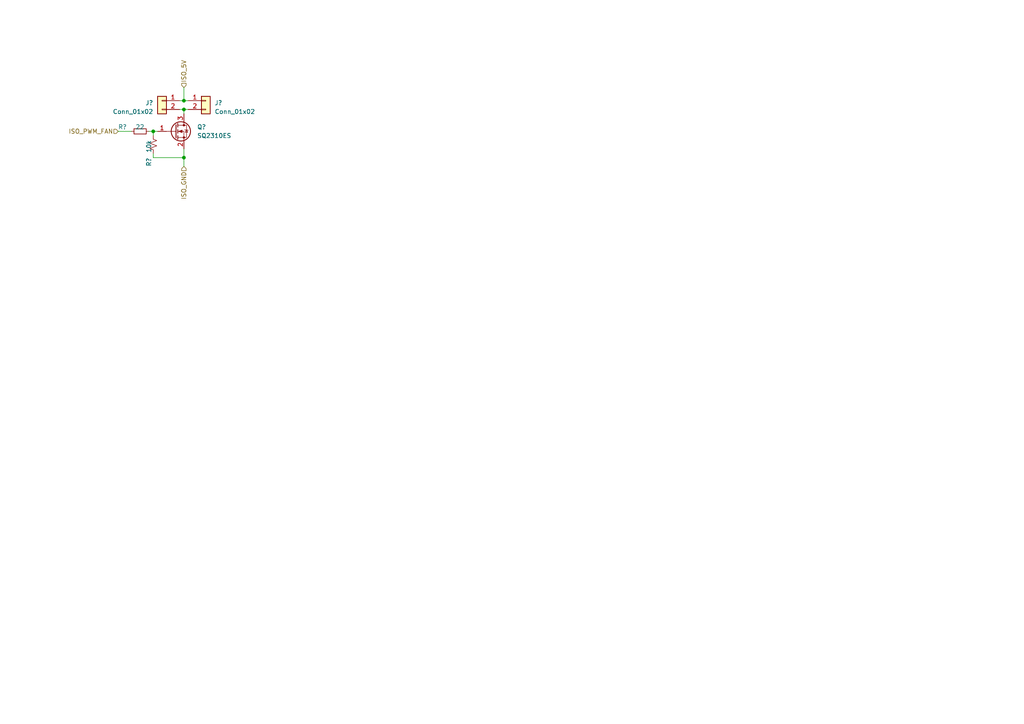
<source format=kicad_sch>
(kicad_sch (version 20230121) (generator eeschema)
  (paper "A4")
  (title_block (title "AAP Inverter") (date "2023-05-01") (company "ENSEA"))
  (lib_symbols
    (symbol "Connector_Generic:Conn_01x02" (pin_names (offset 1.016) hide)
      (property "Reference" "J" (at 0 2.54 0))
      (property "Value" "Conn_01x02" (at 0 -5.08 0))
      (symbol "Conn_01x02_1_1"
        (rectangle (start -1.27 -2.413) (end 0 -2.667) (stroke (width 0.1524)))
        (rectangle (start -1.27 0.127) (end 0 -0.127) (stroke (width 0.1524)))
        (rectangle (start -1.27 1.27) (end 1.27 -3.81) (stroke (width 0.254)) (fill (type background)))
        (pin passive line (at -5.08 0 0) (length 3.81) (name "Pin_1") (number "1"))
        (pin passive line (at -5.08 -2.54 0) (length 3.81) (name "Pin_2") (number "2"))
      )
    )
    (symbol "Device:Q_NMOS_GSD" (pin_names (offset 0) hide)
      (property "Reference" "Q" (at 5.08 1.27 0))
      (property "Value" "Q_NMOS_GSD" (at 5.08 -1.27 0))
      (symbol "Q_NMOS_GSD_0_1"
        (polyline (pts (xy 0.254 0) (xy -2.54 0)))
        (polyline (pts (xy 0.254 1.905) (xy 0.254 -1.905)) (stroke (width 0.254)))
        (polyline (pts (xy 0.762 -1.27) (xy 0.762 -2.286)) (stroke (width 0.254)))
        (polyline (pts (xy 0.762 0.508) (xy 0.762 -0.508)) (stroke (width 0.254)))
        (polyline (pts (xy 0.762 2.286) (xy 0.762 1.27)) (stroke (width 0.254)))
        (polyline (pts (xy 2.54 2.54) (xy 2.54 1.778)))
        (polyline (pts (xy 2.54 -2.54) (xy 2.54 0) (xy 0.762 0)))
        (polyline (pts (xy 0.762 -1.778) (xy 3.302 -1.778) (xy 3.302 1.778) (xy 0.762 1.778)))
        (polyline (pts (xy 1.016 0) (xy 2.032 0.381) (xy 2.032 -0.381) (xy 1.016 0)) (fill (type outline)))
        (polyline (pts (xy 2.794 0.508) (xy 2.921 0.381) (xy 3.683 0.381) (xy 3.81 0.254)))
        (polyline (pts (xy 3.302 0.381) (xy 2.921 -0.254) (xy 3.683 -0.254) (xy 3.302 0.381)))
        (circle (center 1.651 0) (radius 2.794) (stroke (width 0.254)))
        (circle (center 2.54 -1.778) (radius 0.254) (fill (type outline)))
        (circle (center 2.54 1.778) (radius 0.254) (fill (type outline)))
      )
      (symbol "Q_NMOS_GSD_1_1"
        (pin input line (at -5.08 0 0) (length 2.54) (name "G") (number "1"))
        (pin passive line (at 2.54 -5.08 90) (length 2.54) (name "S") (number "2"))
        (pin passive line (at 2.54 5.08 270) (length 2.54) (name "D") (number "3"))
      )
    )
    (symbol "Device:R_Small" (pin_numbers hide) (pin_names (offset 0.254) hide)
      (property "Reference" "R" (at 0.762 0.508 0))
      (property "Value" "R_Small" (at 0.762 -1.016 0))
      (symbol "R_Small_0_1"
        (rectangle (start -0.762 1.778) (end 0.762 -1.778) (stroke (width 0.2032)))
      )
      (symbol "R_Small_1_1"
        (pin passive line (at 0 2.54 270) (length 0.762) (name "~") (number "1"))
        (pin passive line (at 0 -2.54 90) (length 0.762) (name "~") (number "2"))
      )
    )
    (symbol "Device:R_Small_US" (pin_numbers hide) (pin_names (offset 0.254) hide)
      (property "Reference" "R" (at 0.762 0.508 0))
      (property "Value" "R_Small_US" (at 0.762 -1.016 0))
      (symbol "R_Small_US_1_1"
        (polyline (pts (xy 0 0) (xy 1.016 -0.381) (xy 0 -0.762) (xy -1.016 -1.143) (xy 0 -1.524)))
        (polyline (pts (xy 0 1.524) (xy 1.016 1.143) (xy 0 0.762) (xy -1.016 0.381) (xy 0 0)))
        (pin passive line (at 0 2.54 270) (length 1.016) (name "~") (number "1"))
        (pin passive line (at 0 -2.54 90) (length 1.016) (name "~") (number "2"))
      )
    )
  )
  (junction (at 53.34 31.75))
  (junction (at 44.45 38.1))
  (junction (at 53.34 29.21))
  (junction (at 53.34 45.72))
  (wire (pts (xy 44.45 38.1) (xy 44.45 39.37)))
  (wire (pts (xy 44.45 38.1) (xy 45.72 38.1)))
  (wire (pts (xy 44.45 45.72) (xy 53.34 45.72)))
  (wire (pts (xy 44.45 44.45) (xy 44.45 45.72)))
  (wire (pts (xy 52.07 31.75) (xy 53.34 31.75)))
  (wire (pts (xy 53.34 31.75) (xy 53.34 33.02)))
  (wire (pts (xy 53.34 29.21) (xy 54.61 29.21)))
  (wire (pts (xy 53.34 25.4) (xy 53.34 29.21)))
  (wire (pts (xy 52.07 29.21) (xy 53.34 29.21)))
  (wire (pts (xy 53.34 45.72) (xy 53.34 48.26)))
  (wire (pts (xy 34.29 38.1) (xy 38.1 38.1)))
  (wire (pts (xy 43.18 38.1) (xy 44.45 38.1)))
  (wire (pts (xy 53.34 31.75) (xy 54.61 31.75)))
  (wire (pts (xy 53.34 43.18) (xy 53.34 45.72)))
  (hierarchical_label "ISO_5V" (shape input) (at 53.34 25.4 90))
  (hierarchical_label "ISO_PWM_FAN" (shape input) (at 34.29 38.1 180))
  (hierarchical_label "ISO_GND" (shape input) (at 53.34 48.26 270))
  (symbol (lib_id "Device:Q_NMOS_GSD") (at 50.8 38.1 0) (unit 1)
    (property "Reference" "Q?" (at 57.15 36.8299 0) (effects (justify left)))
    (property "Value" "SQ2310ES" (at 57.15 39.3699 0) (effects (justify left)))
    (property "Footprint" "Package_TO_SOT_SMD:SOT-23" (effects hide))
    (property "Fournisseur" "RS" (effects hide))
    (property "MFR" "SQ2310ES-T1_BE3" (effects hide))
    (property "Ref" "787-9443" (effects hide))
    (instances (project "Inverter_KiCAD" (path "" (reference "Q?") (unit 1)) (path "" (reference "Q?") (unit 1)) (path "" (reference "Q1101") (unit 1))) (project "QuadCop" (path "" (reference "Q?") (unit 1))))
  )
  (symbol (lib_id "Device:R_Small") (at 40.64 38.1 270) (unit 1)
    (property "Reference" "R?" (at 36.83 36.83 90) (effects (justify right)))
    (property "Value" "22" (at 41.91 36.83 90) (effects (justify right)))
    (property "Footprint" "Resistor_SMD:R_0402_1005Metric" (effects hide))
    (property "Fournisseur" "Stock" (effects hide))
    (instances (project "Inverter_KiCAD" (path "" (reference "R?") (unit 1)) (path "" (reference "R?") (unit 1)) (path "" (reference "R1101") (unit 1))) (project "QuadCop" (path "" (reference "R?") (unit 1))))
  )
  (symbol (lib_id "Connector_Generic:Conn_01x02") (at 46.99 29.21 0) (mirror y) (unit 1)
    (property "Reference" "J?" (at 44.45 29.845 0) (effects (justify left)))
    (property "Value" "Conn_01x02" (at 44.45 32.385 0) (effects (justify left)))
    (property "Footprint" "Connector_JST:JST_XH_B2B-XH-A_1x02_P2.50mm_Vertical" (effects hide))
    (property "Fournisseur" "Stock" (effects hide))
    (instances (project "Inverter_KiCAD" (path "" (reference "J?") (unit 1)) (path "" (reference "J?") (unit 1)) (path "" (reference "J1101") (unit 1))))
  )
  (symbol (lib_id "Connector_Generic:Conn_01x02") (at 59.69 29.21 0) (unit 1)
    (property "Reference" "J?" (at 62.23 29.845 0) (effects (justify left)))
    (property "Value" "Conn_01x02" (at 62.23 32.385 0) (effects (justify left)))
    (property "Footprint" "Connector_JST:JST_XH_B2B-XH-A_1x02_P2.50mm_Vertical" (effects hide))
    (property "Fournisseur" "Stock" (effects hide))
    (instances (project "Inverter_KiCAD" (path "" (reference "J?") (unit 1)) (path "" (reference "J?") (unit 1)) (path "" (reference "J1102") (unit 1))))
  )
  (symbol (lib_id "Device:R_Small_US") (at 44.45 41.91 0) (unit 1)
    (property "Reference" "R?" (at 43.18 45.72 90) (effects (justify right)))
    (property "Value" "10k" (at 43.18 40.64 90) (effects (justify right)))
    (property "Footprint" "Resistor_SMD:R_0402_1005Metric" (effects hide))
    (property "Fournisseur" "Farnell" (effects hide))
    (property "MFR" "MC00625W0402110K" (effects hide))
    (property "Ref" "2130433" (effects hide))
    (instances (project "Inverter_KiCAD" (path "" (reference "R?") (unit 1)) (path "" (reference "R?") (unit 1)) (path "" (reference "R1102") (unit 1))) (project "QuadCop" (path "" (reference "R?") (unit 1))))
  )
)
</source>
